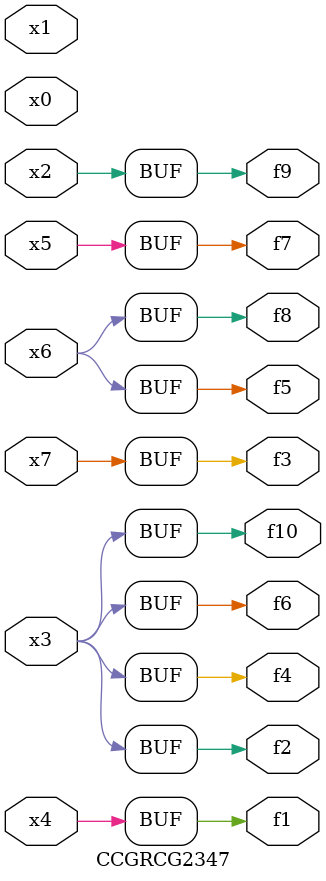
<source format=v>
module CCGRCG2347(
	input x0, x1, x2, x3, x4, x5, x6, x7,
	output f1, f2, f3, f4, f5, f6, f7, f8, f9, f10
);
	assign f1 = x4;
	assign f2 = x3;
	assign f3 = x7;
	assign f4 = x3;
	assign f5 = x6;
	assign f6 = x3;
	assign f7 = x5;
	assign f8 = x6;
	assign f9 = x2;
	assign f10 = x3;
endmodule

</source>
